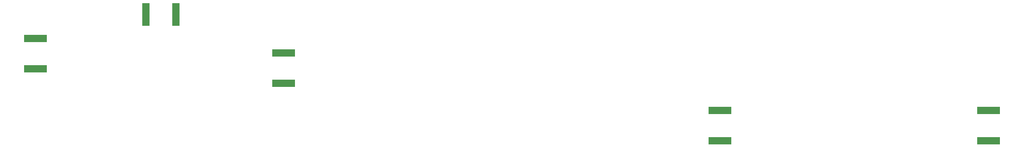
<source format=gbr>
%TF.GenerationSoftware,KiCad,Pcbnew,7.0.6-0*%
%TF.CreationDate,2023-12-30T17:19:21-06:00*%
%TF.ProjectId,MIXER_CORRELATOR,4d495845-525f-4434-9f52-52454c41544f,rev?*%
%TF.SameCoordinates,Original*%
%TF.FileFunction,Paste,Bot*%
%TF.FilePolarity,Positive*%
%FSLAX46Y46*%
G04 Gerber Fmt 4.6, Leading zero omitted, Abs format (unit mm)*
G04 Created by KiCad (PCBNEW 7.0.6-0) date 2023-12-30 17:19:21*
%MOMM*%
%LPD*%
G01*
G04 APERTURE LIST*
%ADD10R,4.200000X1.350000*%
%ADD11R,1.350000X4.200000*%
G04 APERTURE END LIST*
D10*
%TO.C,J14*%
X217171500Y-76340000D03*
X217171500Y-70690000D03*
%TD*%
D11*
%TO.C,J2*%
X65825000Y-52700000D03*
X60175000Y-52700000D03*
%TD*%
D10*
%TO.C,J1*%
X39662500Y-57175000D03*
X39662500Y-62825000D03*
%TD*%
%TO.C,J3*%
X85837500Y-65575000D03*
X85837500Y-59925000D03*
%TD*%
%TO.C,J9*%
X167170000Y-70690000D03*
X167170000Y-76340000D03*
%TD*%
M02*

</source>
